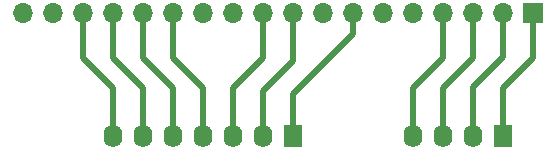
<source format=gbr>
%TF.GenerationSoftware,KiCad,Pcbnew,7.0.10-7.0.10~ubuntu22.04.1*%
%TF.CreationDate,2024-01-05T19:06:28-08:00*%
%TF.ProjectId,NX-ButtonInterface,4e582d42-7574-4746-9f6e-496e74657266,rev?*%
%TF.SameCoordinates,Original*%
%TF.FileFunction,Copper,L1,Top*%
%TF.FilePolarity,Positive*%
%FSLAX46Y46*%
G04 Gerber Fmt 4.6, Leading zero omitted, Abs format (unit mm)*
G04 Created by KiCad (PCBNEW 7.0.10-7.0.10~ubuntu22.04.1) date 2024-01-05 19:06:28*
%MOMM*%
%LPD*%
G01*
G04 APERTURE LIST*
%TA.AperFunction,ComponentPad*%
%ADD10R,1.600200X1.905000*%
%TD*%
%TA.AperFunction,ComponentPad*%
%ADD11O,1.600200X1.905000*%
%TD*%
%TA.AperFunction,ComponentPad*%
%ADD12R,1.700000X1.700000*%
%TD*%
%TA.AperFunction,ComponentPad*%
%ADD13O,1.700000X1.700000*%
%TD*%
%TA.AperFunction,Conductor*%
%ADD14C,0.508000*%
%TD*%
G04 APERTURE END LIST*
D10*
%TO.P,J3,1,Pin_1*%
%TO.N,/NX_PC_LED-*%
X109601000Y-103378000D03*
D11*
%TO.P,J3,2,Pin_2*%
%TO.N,/UART2_RXD*%
X107061000Y-103378000D03*
%TO.P,J3,3,Pin_3*%
%TO.N,/UART2_TXD*%
X104521000Y-103378000D03*
%TO.P,J3,4,Pin_4*%
%TO.N,/SYS_RST_RCV_RTN*%
X101981000Y-103378000D03*
%TO.P,J3,5,Pin_5*%
%TO.N,/~{SYS_RESET}*%
X99441000Y-103378000D03*
%TO.P,J3,6,Pin_6*%
%TO.N,/SYS_RST_RCV_RTN*%
X96901000Y-103378000D03*
%TO.P,J3,7,Pin_7*%
%TO.N,/~{REC}*%
X94361000Y-103378000D03*
%TD*%
D10*
%TO.P,J2,1,Pin_1*%
%TO.N,/CAN_TX*%
X127381000Y-103378000D03*
D11*
%TO.P,J2,2,Pin_2*%
%TO.N,/CAN_RX*%
X124841000Y-103378000D03*
%TO.P,J2,3,Pin_3*%
%TO.N,/GND*%
X122301000Y-103378000D03*
%TO.P,J2,4,Pin_4*%
%TO.N,/3V3*%
X119761000Y-103378000D03*
%TD*%
D12*
%TO.P,J1,1,Pin_1*%
%TO.N,/CAN_TX*%
X129921000Y-92964000D03*
D13*
%TO.P,J1,2,Pin_2*%
%TO.N,/CAN_RX*%
X127381000Y-92964000D03*
%TO.P,J1,3,Pin_3*%
%TO.N,/GND*%
X124841000Y-92964000D03*
%TO.P,J1,4,Pin_4*%
%TO.N,/3V3*%
X122301000Y-92964000D03*
%TO.P,J1,5,Pin_5*%
%TO.N,unconnected-(J1-Pin_5-Pad5)*%
X119761000Y-92964000D03*
%TO.P,J1,6,Pin_6*%
%TO.N,unconnected-(J1-Pin_6-Pad6)*%
X117221000Y-92964000D03*
%TO.P,J1,7,Pin_7*%
%TO.N,/NX_PC_LED-*%
X114681000Y-92964000D03*
%TO.P,J1,8,Pin_8*%
%TO.N,unconnected-(J1-Pin_8-Pad8)*%
X112141000Y-92964000D03*
%TO.P,J1,9,Pin_9*%
%TO.N,/UART2_RXD*%
X109601000Y-92964000D03*
%TO.P,J1,10,Pin_10*%
%TO.N,/UART2_TXD*%
X107061000Y-92964000D03*
%TO.P,J1,11,Pin_11*%
%TO.N,unconnected-(J1-Pin_11-Pad11)*%
X104521000Y-92964000D03*
%TO.P,J1,12,Pin_12*%
%TO.N,unconnected-(J1-Pin_12-Pad12)*%
X101981000Y-92964000D03*
%TO.P,J1,13,Pin_13*%
%TO.N,/SYS_RST_RCV_RTN*%
X99441000Y-92964000D03*
%TO.P,J1,14,Pin_14*%
%TO.N,/~{SYS_RESET}*%
X96901000Y-92964000D03*
%TO.P,J1,15,Pin_15*%
%TO.N,/SYS_RST_RCV_RTN*%
X94361000Y-92964000D03*
%TO.P,J1,16,Pin_16*%
%TO.N,/~{REC}*%
X91821000Y-92964000D03*
%TO.P,J1,17,Pin_17*%
%TO.N,unconnected-(J1-Pin_17-Pad17)*%
X89281000Y-92964000D03*
%TO.P,J1,18,Pin_18*%
%TO.N,unconnected-(J1-Pin_18-Pad18)*%
X86741000Y-92964000D03*
%TD*%
D14*
%TO.N,/CAN_TX*%
X129921000Y-96774000D02*
X127381000Y-99314000D01*
X127381000Y-99314000D02*
X127381000Y-103378000D01*
X129921000Y-92964000D02*
X129921000Y-96774000D01*
%TO.N,/CAN_RX*%
X127381000Y-92964000D02*
X127381000Y-96710500D01*
X124841000Y-99250500D02*
X124841000Y-103378000D01*
X127381000Y-96710500D02*
X124841000Y-99250500D01*
%TO.N,/GND*%
X124841000Y-96774000D02*
X122301000Y-99314000D01*
X122301000Y-99314000D02*
X122301000Y-103378000D01*
X124841000Y-92964000D02*
X124841000Y-96774000D01*
%TO.N,/3V3*%
X119761000Y-99314000D02*
X119761000Y-103378000D01*
X122301000Y-92964000D02*
X122301000Y-96774000D01*
X122301000Y-96774000D02*
X119761000Y-99314000D01*
%TO.N,/NX_PC_LED-*%
X109601000Y-103378000D02*
X109601000Y-99822000D01*
X114681000Y-94742000D02*
X114681000Y-92964000D01*
X109601000Y-99822000D02*
X114681000Y-94742000D01*
%TO.N,/UART2_RXD*%
X107061000Y-103378000D02*
X107061000Y-99568000D01*
X107061000Y-99568000D02*
X109601000Y-97028000D01*
X109601000Y-97028000D02*
X109601000Y-92964000D01*
%TO.N,/UART2_TXD*%
X104521000Y-99314000D02*
X104521000Y-103378000D01*
X107061000Y-92964000D02*
X107061000Y-96774000D01*
X107061000Y-96774000D02*
X104521000Y-99314000D01*
%TO.N,/SYS_RST_RCV_RTN*%
X96901000Y-99314000D02*
X96901000Y-103378000D01*
X101981000Y-99314000D02*
X101981000Y-103378000D01*
X99441000Y-92964000D02*
X99441000Y-96774000D01*
X99441000Y-96774000D02*
X101981000Y-99314000D01*
X94361000Y-92964000D02*
X94361000Y-96774000D01*
X94361000Y-96774000D02*
X96901000Y-99314000D01*
%TO.N,/~{SYS_RESET}*%
X99441000Y-99314000D02*
X99441000Y-103378000D01*
X96901000Y-92964000D02*
X96901000Y-96774000D01*
X96901000Y-96774000D02*
X99441000Y-99314000D01*
%TO.N,/~{REC}*%
X91821000Y-96774000D02*
X94361000Y-99314000D01*
X94361000Y-99314000D02*
X94361000Y-103378000D01*
X91821000Y-92964000D02*
X91821000Y-96774000D01*
%TD*%
M02*

</source>
